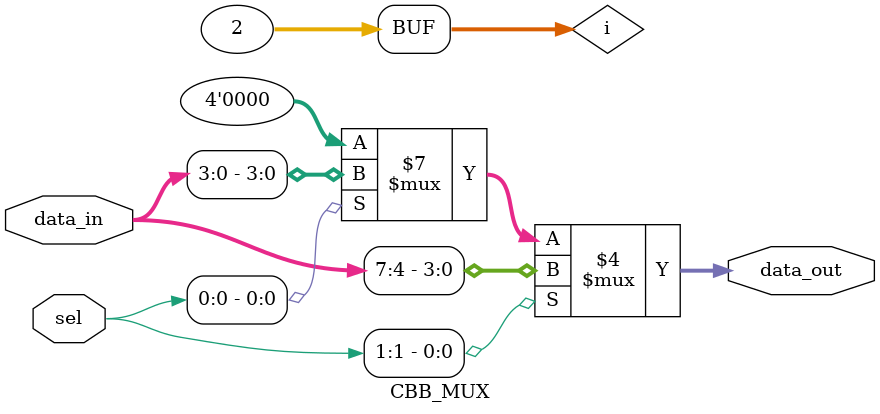
<source format=v>
module CBB_MUX #(parameter WIDTH = 4, parameter N = 2)
  (
  input  wire [N       -1:0] sel,
  input  wire [WIDTH*N -1:0] data_in,
  output reg  [WIDTH   -1:0] data_out
);

    integer i;
    always @(*) begin
        data_out = {WIDTH{1'b0}};  // Default to zero
        for (i = 0; i < N; i = i + 1) begin
            if (sel[i]) begin
                data_out = data_in[i*WIDTH +: WIDTH];
            end
        end
    end

endmodule
</source>
